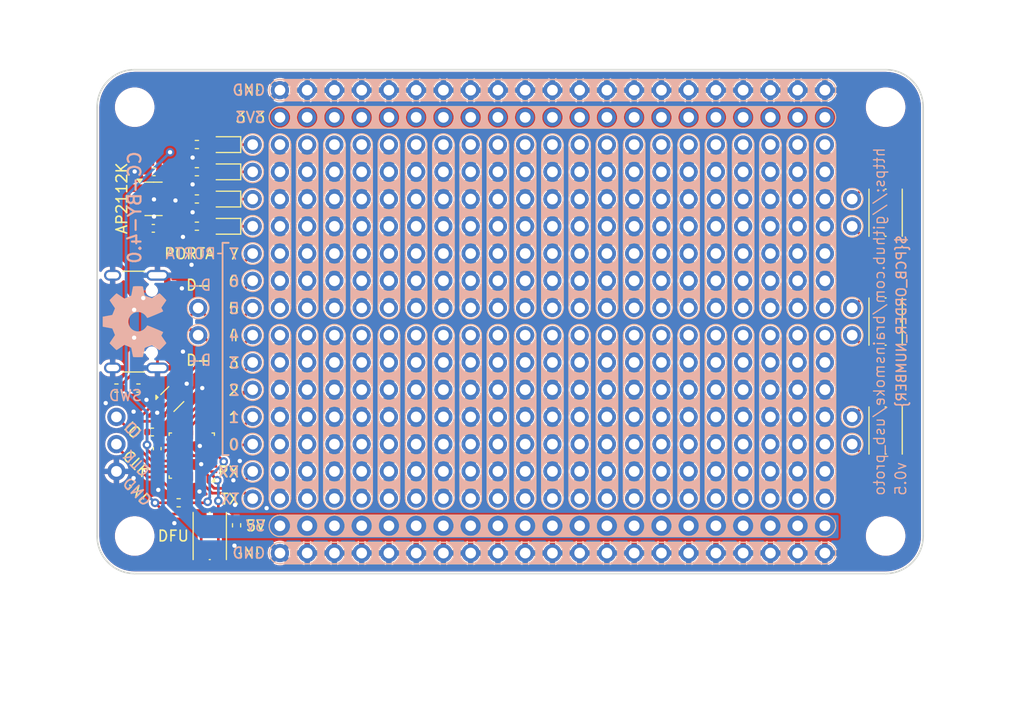
<source format=kicad_pcb>
(kicad_pcb (version 20240108) (generator "pcbnew") (generator_version "8.0")
  (layers (0 "F.Cu" signal) (31 "B.Cu" signal) (34 "B.Paste" user) (35 "F.Paste" user) (36 "B.SilkS" user "B.Silkscreen") (37 "F.SilkS" user "F.Silkscreen") (38 "B.Mask" user) (39 "F.Mask" user) (44 "Edge.Cuts" user))
  (net 0 "")
  (net 1 "GND")
  (net 2 "VCC")
  (net 3 "D+")
  (net 5 "D-")
  (net 6 "Net-(J1-CC2)")
  (net 7 "Net-(J1-CC1)")
  (net 9 "Net-(J6-Pin_1)")
  (net 10 "Net-(J7-Pin_1)")
  (net 11 "3V3")
  (net 12 "Net-(J8-Pin_1)")
  (net 13 "Net-(J9-Pin_1)")
  (net 14 "Net-(J10-Pin_1)")
  (net 15 "Net-(J11-Pin_1)")
  (net 16 "Net-(J12-Pin_1)")
  (net 17 "Net-(J13-Pin_1)")
  (net 18 "Net-(J14-Pin_1)")
  (net 19 "Net-(J15-Pin_1)")
  (net 20 "Net-(J16-Pin_1)")
  (net 21 "Net-(J17-Pin_1)")
  (net 22 "Net-(J18-Pin_1)")
  (net 23 "Net-(J19-Pin_1)")
  (net 24 "Net-(J20-Pin_1)")
  (net 25 "Net-(J21-Pin_1)")
  (net 26 "Net-(J22-Pin_1)")
  (net 27 "Net-(J23-Pin_1)")
  (net 28 "Net-(J24-Pin_1)")
  (net 29 "Net-(J25-Pin_1)")
  (net 30 "Net-(J26-Pin_1)")
  (net 31 "Net-(J27-Pin_1)")
  (net 32 "Net-(J28-Pin_1)")
  (net 33 "Net-(J29-Pin_1)")
  (net 34 "Net-(J30-Pin_1)")
  (net 35 "Net-(J31-Pin_1)")
  (net 36 "Net-(J32-Pin_1)")
  (net 37 "Net-(J33-Pin_1)")
  (net 38 "Net-(J34-Pin_1)")
  (net 39 "Net-(J35-Pin_1)")
  (net 40 "Net-(J36-Pin_1)")
  (net 41 "Net-(J37-Pin_1)")
  (net 43 "A0")
  (net 44 "TX")
  (net 45 "A1")
  (net 46 "A7")
  (net 48 "A2")
  (net 50 "A6")
  (net 51 "A4")
  (net 54 "A5")
  (net 55 "A3")
  (net 56 "Net-(J40-Pin_1)")
  (net 57 "Net-(J41-Pin_1)")
  (net 59 "Net-(J42-Pin_1)")
  (net 63 "Net-(J43-Pin_1)")
  (net 64 "RX")
  (net 65 "Net-(J44-Pin_1)")
  (net 66 "Net-(J45-Pin_1)")
  (net 67 "Net-(SW1-B)")
  (net 68 "SWDCLK")
  (net 69 "SWDIO")
  (net 70 "Net-(J47-Pin_1)")
  (net 71 "Net-(J48-Pin_1)")
  (net 72 "Net-(J49-Pin_1)")
  (net 73 "Net-(J50-Pin_1)")
  (net 74 "Net-(J51-Pin_1)")
  (net 75 "Net-(J52-Pin_1)")
  (net 76 "Net-(J53-Pin_1)")
  (net 77 "Net-(J54-Pin_1)")
  (net 78 "Net-(J55-Pin_1)")
  (net 79 "Net-(J56-Pin_1)")
  (net 80 "Net-(D1-K)")
  (net 81 "Net-(D1-A)")
  (net 82 "Net-(D2-K)")
  (net 83 "Net-(D2-A)")
  (net 84 "Net-(D3-A)")
  (net 85 "Net-(D3-K)")
  (net 86 "Net-(D4-A)")
  (net 87 "Net-(D4-K)")
  (net 88 "Net-(U1-NRST)")
  (net 89 "Net-(J46-Pin_2)")
  (net 90 "Net-(J46-Pin_1)")
  (footprint "Library:PinHeader_1x07_P2.54mm_Vertical" (layer "F.Cu") (at 10.16 -16.51)
    (property "Reference" "J9" (hide yes))
    (property "Value" "Conn_01x07_Pin" (hide yes))
  )
  (footprint "MountingHole:MountingHole_3.2mm_M3_DIN965" (layer "F.Cu") (at 59 20)
    (property "Reference" "REF**" (hide yes))
    (property "Value" "MountingHole_3.2mm_M3_DIN965")
  )
  (footprint "Library:PinHeader_1x07_P2.54mm_Vertical" (layer "F.Cu") (at 53.34 -16.51)
    (property "Reference" "J51" (hide yes))
    (property "Value" "Conn_01x07_Pin" (hide yes))
  )
  (footprint "Library:USB_C_Receptacle_HRO_TYPE-C-31-M-12" (layer "F.Cu") (at -12.005 0 -90)
    (property "Reference" "J1" (hide yes))
    (property "Value" "USB_C_Receptacle_USB2.0")
  )
  (footprint "Library:PinHeader_1x07_P2.54mm_Vertical" (layer "F.Cu") (at 35.56 -16.51)
    (property "Reference" "J19" (hide yes))
    (property "Value" "Conn_01x07_Pin" (hide yes))
  )
  (footprint "Library:PinHeader_1x07_P2.54mm_Vertical" (layer "F.Cu") (at 43.18 1.27)
    (property "Reference" "J52" (hide yes))
    (property "Value" "Conn_01x07_Pin" (hide yes))
  )
  (footprint "Button_Switch_SMD:SW_Push_1P1T_NO_CK_KMR2" (layer "F.Cu") (at 59 0 90)
    (property "Reference" "SW3" (hide yes))
    (property "Value" "SW_SPST")
  )
  (footprint "Library:PinHeader_1x07_P2.54mm_Vertical" (layer "F.Cu") (at 10.16 1.27)
    (property "Reference" "J25" (hide yes))
    (property "Value" "Conn_01x07_Pin" (hide yes))
  )
  (footprint "Library:PinHeader_1x04" (layer "F.Cu") (at 0 -16.51)
    (property "Reference" "J57" (hide yes))
    (property "Value" "Conn_01x04_Pin" (hide yes))
  )
  (footprint "Library:PinHeader_1x07_P2.54mm_Vertical" (layer "F.Cu") (at 25.4 -16.51)
    (property "Reference" "J15" (hide yes))
    (property "Value" "Conn_01x07_Pin" (hide yes))
  )
  (footprint "Library:PinHeader_1x21_P2.54mm_Vertical" (layer "F.Cu") (at 2.54 21.59 90)
    (property "Reference" "J2" (hide yes))
    (property "Value" "Conn_01x21_Pin")
  )
  (footprint "Library:PinHeader_1x07_P2.54mm_Vertical" (layer "F.Cu") (at 45.72 -16.51)
    (property "Reference" "J48" (hide yes))
    (property "Value" "Conn_01x07_Pin" (hide yes))
  )
  (footprint "Library:PinSocket_1x01" (layer "F.Cu") (at 55.88 -8.89)
    (property "Reference" "J43" (hide yes))
    (property "Value" "Conn_01x01_Pin")
  )
  (footprint "LED_SMD:LED_0603_1608Metric" (layer "F.Cu") (at -2.6 -11.43 180)
    (property "Reference" "D3" (hide yes))
    (property "Value" "LED")
  )
  (footprint "Library:PinHeader_1x07_P2.54mm_Vertical" (layer "F.Cu") (at 15.24 -16.51)
    (property "Reference" "J11" (hide yes))
    (property "Value" "Conn_01x07_Pin" (hide yes))
  )
  (footprint "Button_Switch_SMD:SW_Push_1P1T_NO_CK_KMR2" (layer "F.Cu") (at -4 20 90)
    (property "Reference" "SW1" (hide yes))
    (property "Value" "SW_SPST")
  )
  (footprint "Library:PinHeader_1x07_P2.54mm_Vertical" (layer "F.Cu") (at 38.1 1.27)
    (property "Reference" "J36" (hide yes))
    (property "Value" "Conn_01x07_Pin" (hide yes))
  )
  (footprint "Library:PinHeader_1x07_P2.54mm_Vertical" (layer "F.Cu") (at 53.34 1.27)
    (property "Reference" "J56" (hide yes))
    (property "Value" "Conn_01x07_Pin" (hide yes))
  )
  (footprint "Capacitor_SMD:C_0402_1005Metric" (layer "F.Cu") (at -9.2 -13.97 180)
    (property "Reference" "C2" (hide yes))
    (property "Value" "1uF")
  )
  (footprint "Library:SWDHeader_through_hole" (layer "F.Cu") (at -12.7 8.890001)
    (property "Reference" "J39" (hide yes))
    (property "Value" "~" (hide yes))
  )
  (footprint "Package_DFN_QFN:QFN-28_4x4mm_P0.5mm" (layer "F.Cu") (at -5.6775 12.5 180)
    (property "Reference" "U1" (hide yes))
    (property "Value" "STM32F042G6Ux")
  )
  (footprint "Library:PinHeader_1x07_P2.54mm_Vertical" (layer "F.Cu") (at 15.24 1.27)
    (property "Reference" "J27" (hide yes))
    (property "Value" "Conn_01x07_Pin" (hide yes))
  )
  (footprint "MountingHole:MountingHole_3.2mm_M3_DIN965" (layer "F.Cu") (at 59 -20)
    (property "Reference" "REF**" (hide yes))
    (property "Value" "MountingHole_3.2mm_M3_DIN965")
  )
  (footprint "Button_Switch_SMD:SW_Push_1P1T_NO_CK_KMR2" (layer "F.Cu") (at 59 10.16 90)
    (property "Reference" "SW4" (hide yes))
    (property "Value" "SW_SPST")
  )
  (footprint "Capacitor_SMD:C_0402_1005Metric" (layer "F.Cu") (at -9.2625 -8.7)
    (property "Reference" "C1" (hide yes))
    (property "Value" "1uF")
  )
  (footprint "LED_SMD:LED_0603_1608Metric" (layer "F.Cu") (at -2.6 -16.51 180)
    (property "Reference" "D1" (hide yes))
    (property "Value" "LED")
  )
  (footprint "Library:PinHeader_1x07_P2.54mm_Vertical" (layer "F.Cu") (at 5.08 1.27)
    (property "Reference" "J23" (hide yes))
    (property "Value" "Conn_01x07_Pin" (hide yes))
  )
  (footprint "Library:PinHeader_1x07_P2.54mm_Vertical" (layer "F.Cu") (at 38.1 -16.51)
    (property "Reference" "J20" (hide yes))
    (property "Value" "Conn_01x07_Pin" (hide yes))
  )
  (footprint "LED_SMD:LED_0603_1608Metric" (layer "F.Cu") (at -2.6 -8.89 180)
    (property "Reference" "D4" (hide yes))
    (property "Value" "LED")
  )
  (footprint "Library:PinHeader_1x07_P2.54mm_Vertical" (layer "F.Cu") (at 40.64 1.27)
    (property "Reference" "J37" (hide yes))
    (property "Value" "Conn_01x07_Pin" (hide yes))
  )
  (footprint "Library:PinHeader_1x07_P2.54mm_Vertical" (layer "F.Cu") (at 2.54 1.27)
    (property "Reference" "J22" (hide yes))
    (property "Value" "Conn_01x07_Pin" (hide yes))
  )
  (footprint "MountingHole:MountingHole_3.2mm_M3_DIN965" (layer "F.Cu") (at -11 20)
    (property "Reference" "REF**" (hide yes))
    (property "Value" "MountingHole_3.2mm_M3_DIN965")
  )
  (footprint "Library:STM32IOHeader" (layer "F.Cu") (at 0 -6.35)
    (property "Reference" "J38" (hide yes))
    (property "Value" "Conn_01x10_Pin" (hide yes))
  )
  (footprint "Capacitor_SMD:C_0402_1005Metric" (layer "F.Cu") (at -8.9 11.85 90)
    (property "Reference" "C3" (hide yes))
    (property "Value" "1uF")
  )
  (footprint "Library:PinHeader_1x02" (layer "F.Cu") (at -5.08 1.27 180)
    (property "Reference" "J46" (hide yes))
    (property "Value" "Conn_01x02_Pin" (hide yes))
  )
  (footprint "Capacitor_SMD:C_0402_1005Metric" (layer "F.Cu") (at -9.35 10.3)
    (property "Reference" "C4" (hide yes))
    (property "Value" "1uF")
  )
  (footprint "Library:PinHeader_1x07_P2.54mm_Vertical" (layer "F.Cu") (at 7.62 1.27)
    (property "Reference" "J24" (hide yes))
    (property "Value" "Conn_01x07_Pin" (hide yes))
  )
  (footprint "Resistor_SMD:R_0402_1005Metric" (layer "F.Cu") (at -1.5 19 -90)
    (property "Reference" "R3" (hide yes))
    (property "Value" "5.1k")
  )
  (footprint "Library:PinHeader_1x07_P2.54mm_Vertical" (layer "F.Cu") (at 22.86 -16.51)
    (property "Reference" "J14" (hide yes))
    (property "Value" "Conn_01x07_Pin" (hide yes))
  )
  (footprint "Library:PinHeader_1x07_P2.54mm_Vertical" (layer "F.Cu") (at 12.7 1.27)
    (property "Reference" "J26" (hide yes))
    (property "Value" "Conn_01x07_Pin" (hide yes))
  )
  (footprint "Library:PinHeader_1x07_P2.54mm_Vertical" (layer "F.Cu") (at 27.94 -16.51)
    (property "Reference" "J16" (hide yes))
    (property "Value" "Conn_01x07_Pin" (hide yes))
  )
  (footprint "Library:PinHeader_1x07_P2.54mm_Vertical" (layer "F.Cu") (at 48.26 1.27)
    (property "Reference" "J54" (hide yes))
    (property "Value" "Conn_01x07_Pin" (hide yes))
  )
  (footprint "Package_TO_SOT_SMD:SOT-23-5" (layer "F.Cu") (at -9.2375 -11.45)
    (property "Reference" "U2" (hide yes))
    (property "Value" "AP2112K-3.3")
  )
  (footprint "Library:PinHeader_1x07_P2.54mm_Vertical" (layer "F.Cu") (at 33.02 1.27)
    (property "Reference" "J34" (hide yes))
    (property "Value" "Conn_01x07_Pin" (hide yes))
  )
  (footprint "Library:PinHeader_1x07_P2.54mm_Vertical" (layer "F.Cu") (at 20.32 1.27)
    (property "Reference" "J29" (hide yes))
    (property "Value" "Conn_01x07_Pin" (hide yes))
  )
  (footprint "Library:PinHeader_1x07_P2.54mm_Vertical" (layer "F.Cu") (at 12.7 -16.51)
    (property "Reference" "J10" (hide yes))
    (property "Value" "Conn_01x07_Pin" (hide yes))
  )
  (footprint "Library:PinHeader_1x07_P2.54mm_Vertical" (layer "F.Cu") (at 17.78 -16.51)
    (property "Reference" "J12" (hide yes))
    (property "Value" "Conn_01x07_Pin" (hide yes))
  )
  (footprint "Library:PinHeader_1x07_P2.54mm_Vertical" (layer "F.Cu") (at 40.64 -16.51)
    (property "Reference" "J21" (hide yes))
    (property "Value" "Conn_01x07_Pin" (hide yes))
  )
  (footprint "Resistor_SMD:R_0402_1005Metric" (layer "F.Cu") (at -6.9 16.9)
    (property "Reference" "R8" (hide yes))
    (property "Value" "5.1k")
  )
  (footprint "Button_Switch_SMD:SW_Push_1P1T_NO_CK_KMR2" (layer "F.Cu") (at 59 -10.16 90)
    (property "Reference" "SW2" (hide yes))
    (property "Value" "SW_SPST")
  )
  (footprint "Library:PinHeader_1x21_P2.54mm_Vertical" (layer "F.Cu") (at 2.539999 -21.59 90)
    (property "Reference" "J4" (hide yes))
    (property "Value" "Conn_01x21_Pin")
  )
  (footprint "Library:PinHeader_1x07_P2.54mm_Vertical" (layer "F.Cu") (at 30.48 1.27)
    (property "Reference" "J33" (hide yes))
    (property "Value" "Conn_01x07_Pin" (hide yes))
  )
  (footprint "Library:PinHeader_1x07_P2.54mm_Vertical" (layer "F.Cu") (at 17.78 1.27)
    (property "Reference" "J28" (hide yes))
    (property "Value" "Conn_01x07_Pin" (hide yes))
  )
  (footprint "MountingHole:MountingHole_3.2mm_M3_DIN965" (layer "F.Cu") (at -11 -20)
    (property "Reference" "REF**" (hide yes))
    (property "Value" "MountingHole_3.2mm_M3_DIN965")
  )
  (footprint "Library:PinHeader_1x07_P2.54mm_Vertical" (layer "F.Cu") (at 48.26 -16.51)
    (property "Reference" "J49" (hide yes))
    (property "Value" "Conn_01x07_Pin" (hide yes))
  )
  (footprint "Library:PinHeader_1x07_P2.54mm_Vertical" (layer "F.Cu") (at 45.72 1.27)
    (property "Reference" "J53" (hide yes))
    (property "Value" "Conn_01x07_Pin" (hide yes))
  )
  (footprint "Library:PinSocket_1x01" (layer "F.Cu") (at 55.88 11.43)
    (property "Reference" "J45" (hide yes))
    (property "Value" "Conn_01x01_Pin")
  )
  (footprint "Library:PinHeader_1x07_P2.54mm_Vertical" (layer "F.Cu") (at 50.8 -16.51)
    (property "Reference" "J50" (hide yes))
    (property "Value" "Conn_01x07_Pin" (hide yes))
  )
  (footprint "Library:PinSocket_1x01" (layer "F.Cu") (at 55.88 -1.27)
    (property "Reference" "J41" (hide yes))
    (property "Value" "Conn_01x01_Pin")
  )
  (footprint "Package_TO_SOT_SMD:SOT-666" (layer "F.Cu") (at -7.581111 7.220971 45)
    (property "Reference" "U3" (hide yes))
    (property "Value" "USBLC6-2P6")
  )
  (footprint "Library:PinHeader_1x07_P2.54mm_Vertical" (layer "F.Cu") (at 7.62 -16.51)
    (property "Reference" "J8" (hide yes))
    (property "Value" "Conn_01x07_Pin" (hide yes))
  )
  (footprint "Library:PinHeader_1x07_P2.54mm_Vertical" (layer "F.Cu") (at 2.54 -16.51)
    (property "Reference" "J6" (hide yes))
    (property "Value" "Conn_01x07_Pin" (hide yes))
  )
  (footprint "Library:PinHeader_1x07_P2.54mm_Vertical" (layer "F.Cu") (at 22.86 1.27)
    (property "Reference" "J30" (hide yes))
    (property "Value" "Conn_01x07_Pin" (hide yes))
  )
  (footprint "Library:PinHeader_1x07_P2.54mm_Vertical" (layer "F.Cu") (at 27.94 1.27)
    (property "Reference" "J32" (hide yes))
    (property "Value" "Conn_01x07_Pin" (hide yes))
  )
  (footprint "Library:PinHeader_1x07_P2.54mm_Vertical" (layer "F.Cu") (at 5.08 -16.51)
    (property "Reference" "J7" (hide yes))
    (property "Value" "Conn_01x07_Pin" (hide yes))
  )
  (footprint "Library:PinHeader_1x07_P2.54mm_Vertical" (layer "F.Cu") (at 33.02 -16.51)
    (property "Reference" "J18" (hide yes))
    (property "Value" "Conn_01x07_Pin" (hide yes))
  )
  (footprint "Library:PinHeader_1x07_P2.54mm_Vertical" (layer "F.Cu") (at 50.8 1.27)
    (property "Reference" "J55" (hide yes))
    (property "Value" "Conn_01x07_Pin" (hide yes))
  )
  (footprint "Library:PinHeader_1x07_P2.54mm_Vertical" (layer "F.Cu") (at 25.4 1.27)
    (property "Reference" "J31" (hide yes))
    (property "Value" "Conn_01x07_Pin" (hide yes))
  )
  (footprint "Library:PinHeader_1x07_P2.54mm_Vertical" (layer "F.Cu") (at 20.32 -16.51)
    (property "Reference" "J13" (hide yes))
    (property "Value" "Conn_01x07_Pin" (hide yes))
  )
  (footprint "Library:PinHeader_1x07_P2.54mm_Vertical" (layer "F.Cu") (at 35.56 1.27)
    (property "Reference" "J35" (hide yes))
    (property "Value" "Conn_01x07_Pin" (hide yes))
  )
  (footprint "Resistor_SMD:R_0402_1005Metric" (layer "F.Cu") (at -5.2 -11.44)
    (property "Reference" "R6" (hide yes))
    (property "Value" "330R")
  )
  (footprint "Library:PinSocket_1x01" (layer "F.Cu") (at 55.88 1.27)
    (property "Reference" "J44" (hide yes))
    (property "Value" "Conn_01x01_Pin")
  )
  (footprint "Resistor_SMD:R_0402_1005Metric" (layer "F.Cu") (at -10.65 6.2 180)
    (property "Reference" "R2" (hide yes))
    (property "Value" "5.1k" (hide yes))
  )
  (footprint "Resistor_SMD:R_0402_1005Metric" (layer "F.Cu") (at -5.2 -13.98)
    (property "Reference" "R5" (hide yes))
    (property "Value" "330R")
  )
  (footprint "Library:PinHeader_1x21_P2.54mm_Vertical" (layer "F.Cu") (at 2.54 -19.05 90)
    (property "Reference" "J5" (hide yes))
    (property "Value" "Conn_01x21_Pin")
  )
  (footprint "Library:PinHeader_1x07_P2.54mm_Vertical" (layer "F.Cu") (at 43.18 -16.51)
    (property "Reference" "J47" (hide yes))
    (property "Value" "Conn_01x07_Pin" (hide yes))
  )
  (footprint "LED_SMD:LED_0603_1608Metric" (layer "F.Cu") (at -2.6 -13.97 180)
    (property "Reference" "D2" (hide yes))
    (property "Value" "LED")
  )
  (footprint "Resistor_SMD:R_0402_1005Metric" (layer "F.Cu") (at -5.2 -16.52)
    (property "Reference" "R4" (hide yes))
    (property "Value" "1k")
  )
  (footprint "Library:PinHeader_1x21_P2.54mm_Vertical" (layer "F.Cu") (at 2.54 19.05 90)
    (property "Reference" "J3" (hide yes))
    (property "Value" "Conn_01x21_Pin")
  )
  (footprint "Resistor_SMD:R_0402_1005Metric" (layer "F.Cu") (at -5.2 -8.9)
    (property "Reference" "R7" (hide yes))
    (property "Value" "180")
  )
  (footprint "Library:PinSocket_1x01" (layer "F.Cu") (at 55.88 -11.43)
    (property "Reference" "J40" (hide yes))
    (property "Value" "Conn_01x01_Pin")
  )
  (footprint "Library:PinSocket_1x01" (layer "F.Cu") (at 55.88 8.89)
    (property "Reference" "J42" (hide yes))
    (property "Value" "Conn_01x01_Pin")
  )
  (footprint "Resistor_SMD:R_0402_1005Metric" (layer "F.Cu") (at -12.7 6.2)
    (property "Reference" "R1" (hide yes))
    (property "Value" "5.1k" (hide yes))
  )
  (footprint "Library:PinHeader_1x07_P2.54mm_Vertical" (layer "F.Cu") (at 30.48 -16.51)
    (property "Reference" "J17" (hide yes))
    (property "Value" "Conn_01x07_Pin" (hide yes))
  )
  (footprint "Symbol:OSHW-Symbol_6.7x6mm_SilkScreen" (layer "B.Cu") (at -11 0 -90)
    (property "Reference" "REF**" (hide yes))
    (property "Value" "OSHW-Symbol_6.7x6mm_SilkScreen" (hide yes))
  )
  (gr_arc (start 59 -23.5) (mid 61.474874 -22.474874) (end 62.5 -20) (stroke (width 0.15)) (layer "Edge.Cuts"))
  (gr_arc (start -14.5 -20) (mid -13.474874 -22.474874) (end -11 -23.5) (stroke (width 0.15)) (layer "Edge.Cuts"))
  (gr_line (start 62.5 20) (end 62.5 -20) (stroke (width 0.15)) (layer "Edge.Cuts"))
  (gr_arc (start 62.5 20) (mid 61.474874 22.474874) (end 59 23.5) (stroke (width 0.15)) (layer "Edge.Cuts"))
  (gr_line (start -14.5 -20) (end -14.5 20) (stroke (width 0.15)) (layer "Edge.Cuts"))
  (gr_line (start -11 23.5) (end 59 23.5) (stroke (width 0.15)) (layer "Edge.Cuts"))
  (gr_arc (start -11 23.5) (mid -13.474874 22.474874) (end -14.5 20) (stroke (width 0.15)) (layer "Edge.Cuts"))
  (gr_line (start 59 -23.5) (end -11 -23.5) (stroke (width 0.15)) (layer "Edge.Cuts"))
  (gr_text "IO" (at -11.811 9.525 -45) (layer "B.SilkS") (effects (font (size 1 1)) (justify right mirror)))
  (gr_text "3V3" (at 1.27 -19.05 0) (layer "B.SilkS") (effects (font (size 1 1)) (justify left mirror)))
  (gr_text "D+" (at -3.76 3.6 0) (layer "B.SilkS") (effects (font (size 1 1)) (justify left mirror)))
  (gr_text "SWD" (at -13.5 6.9 0) (layer "B.SilkS") (effects (font (size 1 1)) (justify right mirror)))
  (gr_text "GND" (at -11.938 14.732 -45) (layer "B.SilkS") (effects (font (size 1 1)) (justify right mirror)))
  (gr_text "5V" (at 1.27 19.05 0) (layer "B.SilkS") (effects (font (size 1 1)) (justify left mirror)))
  (gr_text "v0.5" (at 61 14.666668 90) (layer "B.SilkS") (effects (font (size 1 1) (thickness 0.125)) (justify bottom mirror)))
  (gr_text "CC-BY-4.0" (at -11 -16 90) (layer "B.SilkS") (effects (font (size 1.2 1.2) (thickness 0.2) (bold yes)) (justify left mirror)))
  (gr_text "${PCB_ORDER_NUMBER}" (at 61 0 90) (layer "B.SilkS") (effects (font (size 0.9 0.9) (thickness 0.15) (bold yes)) (justify bottom mirror)))
  (gr_text "https://github.com/brainsmoke/usb_proto" (at 59 0 90) (layer "B.SilkS") (effects (font (size 1 1) (thickness 0.125)) (justify bottom mirror)))
  (gr_text "CLK" (at -11.938 12.192 -45) (layer "B.SilkS") (effects (font (size 1 1)) (justify right mirror)))
  (gr_text "GND" (at 1.27 -21.59 0) (layer "B.SilkS") (effects (font (size 1 1)) (justify left mirror)))
  (gr_text "D-" (at -3.76 -3.4 0) (layer "B.SilkS") (effects (font (size 1 1)) (justify left mirror)))
  (gr_text "GND" (at 1.27 21.59 0) (layer "B.SilkS") (effects (font (size 1 1)) (justify left mirror)))
  (gr_text "D-" (at -6.3 -3.4 0) (layer "F.SilkS") (effects (font (size 1 1)) (justify left)))
  (gr_text "GND" (at 1.27 21.59 0) (layer "F.SilkS") (effects (font (size 1 1)) (justify right)))
  (gr_text "D+" (at -6.3 3.6 0) (layer "F.SilkS") (effects (font (size 1 1)) (justify left)))
  (gr_text "DFU" (at -7.4 20 0) (layer "F.SilkS") (effects (font (size 1 1))))
  (gr_text "5V" (at 1.27 19.05 0) (layer "F.SilkS") (effects (font (size 1 1)) (justify right)))
  (gr_text "IO" (at -11.811 9.525 -45) (layer "F.SilkS") (effects (font (size 1 1)) (justify left)))
  (gr_text "GND" (at 1.27 -21.59 0) (layer "F.SilkS") (effects (font (size 1 1)) (justify right)))
  (gr_text "3V3" (at 1.27 -19.05 0) (layer "F.SilkS") (effects (font (size 1 1)) (justify right)))
  (gr_text "AP2112K" (at -12.2 -11.5 90) (layer "F.SilkS") (effects (font (size 1 1))))
  (gr_text "GND" (at -11.938 14.732 -45) (layer "F.SilkS") (effects (font (size 1 1)) (justify left)))
  (gr_text "CLK" (at -11.938 12.192 -45) (layer "F.SilkS") (effects (font (size 1 1)) (justify left)))
  (segment (start -5.1 11.5) (end -7.615 11.5) (width 0.25) (layer "F.Cu") (net 1))
  (segment (start -8.235185 7.875045) (end -8.86014 8.5) (width 0.25) (layer "F.Cu") (net 1))
  (segment (start -7.96 3.25) (end -7.96 3.34) (width 0.25) (layer "F.Cu") (net 1))
  (segment (start -7.96 -3.25) (end -7.96 -4.14) (width 0.6) (layer "F.Cu") (net 1))
  (segment (start -10.375 -11.45) (end -9.25 -11.45) (width 0.25) (layer "F.Cu") (net 1))
  (segment (start -7.96 3.25) (end -8.65 3.25) (width 0.25) (layer "F.Cu") (net 1))
  (segment (start -8.86014 8.5) (end -8.9 8.5) (width 0.25) (layer "F.Cu") (net 1))
  (segment (start -7.96 -3.25) (end -7.96 -3.405) (width 0.25) (layer "F.Cu") (net 1))
  (segment (start -8.9 10.33) (end -8.87 10.3) (width 0.25) (layer "F.Cu") (net 1))
  (segment (start -8.65 3.25) (end -8.9 3.5) (width 0.25) (layer "F.Cu") (net 1))
  (segment (start -7.96 -4.14) (end -7.7 -4.4) (width 0.25) (layer "F.Cu") (net 1))
  (segment (start -9.25 -11.45) (end -9.2 -11.4) (width 0.25) (layer "F.Cu") (net 1))
  (segment (start -8.9 11.37) (end -8.9 10.33) (width 0.25) (layer "F.Cu") (net 1))
  (segment (start -7.96 3.34) (end -7.2 4.1) (width 0.7) (layer "F.Cu") (net 1))
  (segment (start -4.926273 11.673727) (end -5.1 11.5) (width 0.25) (layer "F.Cu") (net 1))
  (segment (start -8.3 11.5) (end -8.43 11.37) (width 0.25) (layer "F.Cu") (net 1))
  (segment (start -8.9 3.5) (end -8.875 3.525) (width 0.25) (layer "F.Cu") (net 1))
  (segment (start -8.875 3.525) (end -8.875 4.32) (width 0.25) (layer "F.Cu") (net 1))
  (segment (start -8.43 11.37) (end -8.9 11.37) (width 0.25) (layer "F.Cu") (net 1))
  (segment (start -7.615 11.5) (end -8.3 11.5) (width 0.25) (layer "F.Cu") (net 1))
  (via (at -1.7 20.9) (size 0.8) (drill 0.4) (layers "F.Cu" "B.Cu") (net 1))
  (via (at -11.05 1.5) (size 0.8) (drill 0.4) (layers "F.Cu" "B.Cu") (net 1))
  (via (at -1.8 14.8) (size 0.8) (drill 0.4) (layers "F.Cu" "B.Cu") (net 1))
  (via (at -5.6 -10.2) (size 0.8) (drill 0.4) (layers "F.Cu" "B.Cu") (net 1))
  (via (at -13.7 7.6) (size 0.8) (drill 0.4) (layers "F.Cu" "B.Cu") (net 1))
  (via (at -11.1 14.6) (size 0.8) (drill 0.4) (layers "F.Cu" "B.Cu") (net 1))
  (via (at -4.7 6.2) (size 0.8) (drill 0.4) (layers "F.Cu" "B.Cu") (net 1))
  (via (at -5.7 -5.3) (size 0.8) (drill 0.4) (layers "F.Cu" "B.Cu") (net 1))
  (via (at -9.9 7.3) (size 0.8) (drill 0.4) (layers "F.Cu" "B.Cu") (net 1))
  (via (at -4.926273 11.6) (size 0.8) (drill 0.4) (layers "F.Cu" "B.Cu") (net 1))
  (via (at -5.6 -12.8) (size 0.8) (drill 0.4) (layers "F.Cu" "B.Cu") (net 1))
  (via (at -11 -14) (size 0.8) (drill 0.4) (layers "F.Cu" "B.Cu") (net 1))
  (via (at -9.2 -11.4) (size 0.8) (drill 0.4) (layers "F.Cu" "B.Cu") (net 1))
  (via (at -1.2 13) (size 0.8) (drill 0.4) (layers "F.Cu" "B.Cu") (net 1))
  (via (at -6.5 -7.9) (size 0.8) (drill 0.4) (layers "F.Cu" "B.Cu") (net 1))
  (via (at -8.8 15.7) (size 0.8) (drill 0.4) (layers "F.Cu" "B.Cu") (net 1))
  (via (at -5.6 -15.3) (size 0.8) (drill 0.4) (layers "F.Cu" "B.Cu") (net 1))
  (via (at -4.96 15.85) (size 0.8) (drill 0.4) (layers "F.Cu" "B.Cu") (net 1))
  (via (at -7.3 18.8) (size 0.8) (drill 0.4) (layers "F.Cu" "B.Cu") (net 1))
  (via (at -11.1 8.4) (size 0.8) (drill 0.4) (layers "F.Cu" "B.Cu") (net 1))
  (via (at -1.65 17.1) (size 0.8) (drill 0.4) (layers "F.Cu" "B.Cu") (net 1))
  (via (at -9.2 -9.8) (size 0.8) (drill 0.4) (layers "F.Cu" "B.Cu") (net 1))
  (via (at -8.9 8.5) (size 0.8) (drill 0.4) (layers "F.Cu" "B.Cu") (net 1))
  (via (at 1.3 17.4) (size 0.8) (drill 0.4) (layers "F.Cu" "B.Cu") (net 1))
  (via (at -7.2 -11.3) (size 0.8) (drill 0.4) (layers "F.Cu" "B.Cu") (net 1))
  (via (at -11.05 -1.1) (size 0.8) (drill 0.4) (layers "F.Cu" "B.Cu") (net 1))
  (via (at -4.8 13.3) (size 0.8) (drill 0.4) (layers "F.Cu" "B.Cu") (net 1))
  (segment (start -8.875 4.32) (end -8.875 4.775) (width 0.25) (layer "B.Cu") (net 1))
  (segment (start -7.91 2.5) (end -7.96 2.45) (width 0.5) (layer "F.Cu") (net 2))
  (segment (start -6.153648 5.793508) (end -6.927037 6.566897) (width 0.25) (layer "F.Cu") (net 2))
  (segment (start -11.35 -12.4) (end -11.75 -12) (width 0.25) (layer "F.Cu") (net 2))
  (segment (start -6.6 -3.1) (end -7.25 -2.45) (width 0.25) (layer "F.Cu") (net 2))
  (segment (start -6.149316 5.793508) (end -6.153648 5.793508) (width 0.25) (layer "F.Cu") (net 2))
  (segment (start -7.25 -2.45) (end -7.96 -2.45) (width 0.25) (layer "F.Cu") (net 2))
  (segment (start -6.5 2.8) (end -6.5 2.785) (width 0.5) (layer "F.Cu") (net 2))
  (segment (start -6.785 2.5) (end -7.91 2.5) (width 0.5) (layer "F.Cu") (net 2))
  (segment (start -10.375 -12.4) (end -11.35 -12.4) (width 0.25) (layer "F.Cu") (net 2))
  (segment (start -6.5 2.785) (end -6.785 2.5) (width 0.5) (layer "F.Cu") (net 2))
  (via (at -10.2 -2.2) (size 0.8) (drill 0.4) (layers "F.Cu" "B.Cu") (net 2))
  (via (at -6.149316 5.793508) (size 0.8) (drill 0.4) (layers "F.Cu" "B.Cu") (net 2))
  (via (at -6.6 -3.1) (size 0.8) (drill 0.4) (layers "F.Cu" "B.Cu") (net 2))
  (via (at -6.5 2.8) (size 0.8) (drill 0.4) (layers "F.Cu" "B.Cu") (net 2))
  (segment (start -11.025 9.475) (end -11.025 12.025) (width 0.25) (layer "F.Cu") (net 3))
  (segment (start -9.55 13.5) (end -7.615 13.5) (width 0.25) (layer "F.Cu") (net 3))
  (segment (start -11.025 12.025) (end -9.55 13.5) (width 0.25) (layer "F.Cu") (net 3))
  (segment (start -8.991942 7.441942) (end -11.025 9.475) (width 0.25) (layer "F.Cu") (net 3))
  (segment (start -8.562222 7.441942) (end -8.991942 7.441942) (width 0.25) (layer "F.Cu") (net 3))
  (segment (start -10.575 9.675) (end -10.2 9.3) (width 0.25) (layer "F.Cu") (net 5))
  (segment (start -10.2 9.3) (end -8.674695 9.3) (width 0.25) (layer "F.Cu") (net 5))
  (segment (start -10.575 11.838604) (end -10.575 9.675) (width 0.25) (layer "F.Cu") (net 5))
  (segment (start -8.175 8.800305) (end -8.175 8.575) (width 0.25) (layer "F.Cu") (net 5))
  (segment (start -8.175 8.575) (end -7.802082 8.202082) (width 0.25) (layer "F.Cu") (net 5))
  (segment (start -9.413604 13) (end -10.575 11.838604) (width 0.25) (layer "F.Cu") (net 5))
  (segment (start -7.615 13) (end -9.413604 13) (width 0.25) (layer "F.Cu") (net 5))
  (segment (start -8.674695 9.3) (end -8.175 8.800305) (width 0.25) (layer "F.Cu") (net 5))
  (segment (start -7.96 1.75) (end -9.254949 1.75) (width 0.25) (layer "F.Cu") (net 6))
  (segment (start -11.16 5.446396) (end -11.16 6.2) (width 0.25) (layer "F.Cu") (net 6))
  (segment (start -9.254949 1.75) (end -10.8 3.295051) (width 0.25) (layer "F.Cu") (net 6))
  (segment (start -10.8 3.295051) (end -10.8 5.086396) (width 0.25) (layer "F.Cu") (net 6))
  (segment (start -10.8 5.086396) (end -11.16 5.446396) (width 0.25) (layer "F.Cu") (net 6))
  (segment (start -9.7 -0.7) (end -9.15 -1.25) (width 0.25) (layer "F.Cu") (net 7))
  (segment (start -9.7 1.4) (end -9.7 -0.7) (width 0.25) (layer "F.Cu") (net 7))
  (segment (start -11.25 2.95) (end -9.7 1.4) (width 0.25) (layer "F.Cu") (net 7))
  (segment (start -12.190001 6.2) (end -12.190001 5.840001) (width 0.25) (layer "F.Cu") (net 7))
  (segment (start -12.190001 5.840001) (end -11.25 4.9) (width 0.25) (layer "F.Cu") (net 7))
  (segment (start -11.25 4.9) (end -11.25 2.95) (width 0.25) (layer "F.Cu") (net 7))
  (segment (start -9.15 -1.25) (end -7.96 -1.25) (width 0.25) (layer "F.Cu") (net 7))
  (segment (start 2.54 -16.51) (end 2.54 -1.27) (width 1) (layer "F.Cu") (net 9))
  (segment (start 2.54 -1.27) (end 2.54 -13.97) (width 1) (layer "B.Cu") (net 9))
  (segment (start 2.54 -13.97) (end 2.54 -16.51) (width 1) (layer "B.Cu") (net 9))
  (segment (start 5.08 -16.51) (end 5.08 -1.27) (width 1) (layer "F.Cu") (net 10))
  (segment (start 5.08 -13.97) (end 5.08 -1.27) (width 1) (layer "B.Cu") (net 10))
  (segment (start 5.08 -16.51) (end 5.08 -13.97) (width 1) (layer "B.Cu") (net 10))
  (segment (start -7.7 -13.98) (end -5.71 -13.98) (width 0.25) (layer "F.Cu") (net 11))
  (segment (start -6.98 -16.52) (end -5.71 -16.52) (width 0.25) (layer "F.Cu") (net 11))
  (segment (start -4.727241 12.5) (end -5.45 12.5) (width 0.25) (layer "F.Cu") (net 11))
  (segment (start -6.325 -9.515) (end -5.71 -8.9) (width 0.25) (layer "F.Cu") (net 11))
  (segment (start -7.7 -15.8) (end -6.98 -16.52) (width 0.25) (layer "F.Cu") (net 11))
  (segment (start -9.447208 12.33) (end -8.9 12.33) (width 0.25) (layer "F.Cu") (net 11))
  (segment (start -4.8 17.950001) (end -4.8 22.049999) (width 0.25) (layer "F.Cu") (net 11))
  (segment (start -6.06 -11.44) (end -6.325 -11.175) (width 0.25) (layer "F.Cu") (net 11))
  (segment (start -6.04 12) (end -5.54 12.5) (width 0.25) (layer "F.Cu") (net 11))
  (segment (start -9.1 16.9) (end -8.049999 17.950001) (width 0.25) (layer "F.Cu") (net 11))
  (segment (start -8.1 -12.4) (end -7.7 -12.8) (width 0.25) (layer "F.Cu") (net 11))
  (segment (start -8.1 -12.4) (end -7.02 -12.4) (width 0.25) (layer "F.Cu") (net 11))
  (segment (start -5.45 12.5) (end -7.614999 12.5) (width 0.25) (layer "F.Cu") (net 11))
  (segment (start -9.83 10.3) (end -9.85 10.32) (width 0.25) (layer "F.Cu") (net 11))
  (segment (start -9.85 11.5) (end -9.85 11.927208) (width 0.25) (layer "F.Cu") (net 11))
  (segment (start -4.227241 12) (end -4.727241 12.5) (width 0.25) (layer "F.Cu") (net 11))
  (segment (start -3.74 12) (end -4.227241 12) (width 0.25) (layer "F.Cu") (net 11))
  (segment (start -8.1 12) (end -8.43 12.33) (width 0.25) (layer "F.Cu") (net 11))
  (segment (start -5.45 12.5) (end -5.54 12.5) (width 0.25) (layer "F.Cu") (net 11))
  (segment (start -7.615 12) (end -8.1 12) (width 0.25) (layer "F.Cu") (net 11))
  (segment (start -6.325 -11.175) (end -6.325 -9.515) (width 0.25) (layer "F.Cu") (net 11))
  (segment (start -7.615 12) (end -6.04 12) (width 0.25) (layer "F.Cu") (net 11))
  (segment (start -9.85 11.927208) (end -9.447208 12.33) (width 0.25) (layer "F.Cu") (net 11))
  (segment (start -9.85 10.32) (end -9.85 11.5) (width 0.25) (layer "F.Cu") (net 11))
  (segment (start -7.7 -12.8) (end -7.7 -15.8) (width 0.25) (layer "F.Cu") (net 11))
  (segment (start -5.71 -11.44) (end -6.06 -11.44) (width 0.25) (layer "F.Cu") (net 11))
  (segment (start -7.41 16.9) (end -9.1 16.9) (width 0.25) (layer "F.Cu") (net 11))
  (segment (start -8.049999 17.950001) (end -4.8 17.950001) (width 0.25) (layer "F.Cu") (net 11))
  (segment (start -7.02 -12.4) (end -6.06 -11.44) (width 0.25) (layer "F.Cu") (net 11))
  (segment (start -8.43 12.33) (end -8.9 12.33) (width 0.25) (layer "F.Cu") (net 11))
  (via (at -9.1 16.9) (size 0.8) (drill 0.4) (layers "F.Cu" "B.Cu") (net 11))
  (via (at -9.85 11.5) (size 0.8) (drill 0.4) (layers "F.Cu" "B.Cu") (net 11))
  (via (at -7.7 -15.8) (size 0.8) (drill 0.4) (layers "F.Cu" "B.Cu") (net 11))
  (segment (start -11.8 6.5) (end -11.8 -11.7) (width 0.25) (layer "B.Cu") (net 11))
  (segment (start -11.8 -11.7) (end -7.7 -15.8) (width 0.25) (layer "B.Cu") (net 11))
  (segment (start -9.1 16.9) (end -9.837347 16.162653) (width 0.25) (layer "B.Cu") (net 11))
  (segment (start -9.837347 8.462653) (end -11.8 6.5) (width 0.25) (layer "B.Cu") (net 11))
  (segment (start -9.837347 16.162653) (end -9.837347 8.462653) (width 0.25) (layer "B.Cu") (net 11))
  (segment (start 7.62 -16.51) (end 7.62 -1.27) (width 1) (layer "F.Cu") (net 12))
  (segment (start 7.62 -16.51) (end 7.62 -13.97) (width 1) (layer "B.Cu") (net 12))
  (segment (start 7.62 -1.27) (end 7.62 -13.97) (width 1) (layer "B.Cu") (net 12))
  (segment (start 10.16 -16.51) (end 10.16 -1.27) (width 1) (layer "F.Cu") (net 13))
  (segment (start 10.16 -16.51) (end 10.16 -13.97) (width 1) (layer "B.Cu") (net 13))
  (segment (start 10.16 -13.97) (end 10.16 -1.27) (width 1) (layer "B.Cu") (net 13))
  (segment (start 12.7 -16.51) (end 12.7 -1.27) (width 1) (layer "F.Cu") (net 14))
  (segment (start 12.7 -13.97) (end 12.7 -1.27) (width 1) (layer "B.Cu") (net 14))
  (segment (start 12.7 -16.51) (end 12.7 -13.97) (width 1) (layer "B.Cu") (net 14))
  (segment (start 15.24 -16.51) (end 15.24 -1.27) (width 1) (layer "F.Cu") (net 15))
  (segment (start 15.24 -1.27) (end 15.24 -13.97) (width 1) (layer "B.Cu") (net 15))
  (segment (start 15.24 -13.97) (end 15.24 -16.51) (width 1) (layer "B.Cu") (net 15))
  (segment (start 17.78 -16.51) (end 17.78 -1.27) (width 1) (layer "F.Cu") (net 16))
  (segment (start 17.78 -16.51) (end 17.78 -13.97) (width 1) (layer "B.Cu") (net 16))
  (segment (start 17.78 -13.97) (end 17.78 -1.27) (width 1) (layer "B.Cu") (net 16))
  (segment (start 20.32 -16.51) (end 20.32 -1.27) (width 1) (layer "F.Cu") (net 17))
  (segment (start 20.32 -1.27) (end 20.32 -13.97) (width 1) (layer "B.Cu") (net 17))
  (segment (start 20.32 -13.97) (end 20.32 -16.51) (width 1) (layer "B.Cu") (net 17))
  (segment (start 22.86 -16.51) (end 22.86 -1.27) (width 1) (layer "F.Cu") (net 18))
  (segment (start 22.86 -16.51) (end 22.86 -13.97) (width 1) (layer "B.Cu") (net 18))
  (segment (start 22.86 -13.97) (end 22.86 -1.27) (width 1) (layer "B.Cu") (net 18))
  (segment (start 25.4 -16.51) (end 25.4 -1.27) (width 1) (layer "F.Cu") (net 19))
  (segment (start 25.4 -13.97) (end 25.4 -16.51) (width 1) (layer "B.Cu") (net 19))
  (segment (start 25.4 -1.27) (end 25.4 -13.97) (width 1) (layer "B.Cu") (net 19))
  (segment (start 27.94 -16.51) (end 27.94 -1.27) (width 1) (layer "F.Cu") (net 20))
  (segment (start 27.94 -13.97) (end 27.94 -1.27) (width 1) (layer "B.Cu") (net 20))
  (segment (start 27.94 -16.51) (end 27.94 -13.97) (width 1) (layer "B.Cu") (net 20))
  (segment (start 30.48 -16.51) (end 30.48 -1.27) (width 1) (layer "F.Cu") (net 21))
  (segment (start 30.48 -13.97) (end 30.48 -16.51) (width 1) (layer "B.Cu") (net 21))
  (segment (start 30.48 -1.27) (end 30.48 -13.97) (width 1) (layer "B.Cu") (net 21))
  (segment (start 33.02 -16.51) (end 33.02 -1.27) (width 1) (layer "F.Cu") (net 22))
  (segment (start 33.02 -16.51) (end 33.02 -13.97) (width 1) (layer "B.Cu") (net 22))
  (segment (start 33.02 -13.97) (end 33.02 -1.27) (width 1) (layer "B.Cu") (net 22))
  (segment (start 35.56 -16.51) (end 35.56 -1.27) (width 1) (layer "F.Cu") (net 23))
  (segment (start 35.56 -1.27) (end 35.56 -13.97) (width 1) (layer "B.Cu") (net 23))
  (segment (start 35.56 -13.97) (end 35.56 -16.51) (width 1) (layer "B.Cu") (net 23))
  (segment (start 38.1 -16.51) (end 38.1 -1.27) (width 1) (layer "F.Cu") (net 24))
  (segment (start 38.1 -16.51) (end 38.1 -13.97) (width 1) (layer "B.Cu") (net 24))
  (segment (start 38.1 -13.97) (end 38.1 -1.27) (width 1) (layer "B.Cu") (net 24))
  (segment (start 40.64 -16.51) (end 40.64 -1.27) (width 1) (layer "F.Cu") (net 25))
  (segment (start 40.64 -1.27) (end 40.64 -13.97) (width 1) (layer "B.Cu") (net 25))
  (segment (start 40.64 -13.97) (end 40.64 -16.51) (width 1) (layer "B.Cu") (net 25))
  (segment (start 2.54 1.27) (end 2.54 16.51) (width 1) (layer "F.Cu") (net 26))
  (segment (start 2.54 1.27) (end 2.54 3.81) (width 1) (layer "B.Cu") (net 26))
  (segment (start 2.54 3.81) (end 2.54 16.51) (width 1) (layer "B.Cu") (net 26))
  (segment (start 5.08 1.27) (end 5.08 16.51) (width 1) (layer "F.Cu") (net 27))
  (segment (start 5.08 13.97) (end 5.08 1.27) (width 1) (layer "B.Cu") (net 27))
  (segment (start 5.08 16.51) (end 5.08 13.97) (width 1) (layer "B.Cu") (net 27))
  (segment (start 7.62 1.27) (end 7.62 16.51) (width 1) (layer "F.Cu") (net 28))
  (segment (start 7.62 1.27) (end 7.62 3.81) (width 1) (layer "B.Cu") (net 28))
  (segment (start 7.62 3.81) (end 7.62 16.51) (width 1) (layer "B.Cu") (net 28))
  (segment (start 10.16 1.27) (end 10.16 16.51) (width 1) (layer "F.Cu") (net 29))
  (segment (start 10.16 1.27) (end 10.16 3.81) (width 1) (layer "B.Cu") (net 29))
  (segment (start 10.16 16.51) (end 10.16 3.81) (width 1) (layer "B.Cu") (net 29))
  (segment (start 12.7 1.27) (end 12.7 16.51) (width 1) (layer "F.Cu") (net 30))
  (segment (start 12.7 3.81) (end 12.7 16.51) (width 1) (layer "B.Cu") (net 30))
  (segment (start 12.7 1.27) (end 12.7 3.81) (width 1) (layer "B.Cu") (net 30))
  (segment (start 15.24 1.27) (end 15.24 16.51) (width 1) (layer "F.Cu") (net 31))
  (segment (start 15.24 3.81) (end 15.24 1.27) (width 1) (layer "B.Cu") (net 31))
  (segment (start 15.24 16.51) (end 15.24 3.81) (width 1) (layer "B.Cu") (net 31))
  (segment (start 17.78 1.27) (end 17.78 16.51) (width 1) (layer "F.Cu") (net 32))
  (segment (start 17.78 1.27) (end 17.78 3.81) (width 1) (layer "B.Cu") (net 32))
  (segment (start 17.78 3.81) (end 17.78 16.51) (width 1) (layer "B.Cu") (net 32))
  (segment (start 20.32 1.27) (end 20.32 16.51) (width 1) (layer "F.Cu") (net 33))
  (segment (start 20.32 16.51) (end 20.32 3.81) (width 1) (layer "B.Cu") (net 33))
  (segment (start 20.32 3.81) (end 20.32 1.27) (width 1) (layer "B.Cu") (net 33))
  (segment (start 22.86 1.27) (end 22.86 16.51) (width 1) (layer "F.Cu") (net 34))
  (segment (start 22.86 3.81) (end 22.86 16.51) (width 1) (layer "B.Cu") (net 34))
  (segment (start 22.86 1.27) (end 22.86 3.81) (width 1) (layer "B.Cu") (net 34))
  (segment (start 25.4 1.27) (end 25.4 16.51) (width 1) (layer "F.Cu") (net 35))
  (segment (start 25.4 3.81) (end 25.4 1.27) (width 1) (layer "B.Cu") (net 35))
  (segment (start 25.4 16.51) (end 25.4 3.81) (width 1) (layer "B.Cu") (net 35))
  (segment (start 27.94 1.27) (end 27.94 16.51) (width 1) (layer "F.Cu") (net 36))
  (segment (start 27.94 1.27) (end 27.94 3.81) (width 1) (layer "B.Cu") (net 36))
  (segment (start 27.94 3.81) (end 27.94 16.51) (width 1) (layer "B.Cu") (net 36))
  (segment (start 30.48 1.27) (end 30.48 16.51) (width 1) (layer "F.Cu") (net 37))
  (segment (start 30.48 3.81) (end 30.48 1.27) (width 1) (layer "B.Cu") (net 37))
  (segment (start 30.48 16.51) (end 30.48 3.81) (width 1) (layer "B.Cu") (net 37))
  (segment (start 33.02 1.27) (end 33.02 16.51) (width 1) (layer "F.Cu") (net 38))
  (segment (start 33.02 1.27) (end 33.02 3.81) (width 1) (layer "B.Cu") (net 38))
  (segment (start 33.02 3.81) (end 33.02 16.51) (width 1) (layer "B.Cu") (net 38))
  (segment (start 35.56 1.27) (end 35.56 16.51) (width 1) (layer "F.Cu") (net 39))
  (segment (start 35.56 3.81) (end 35.56 1.27) (width 1) (layer "B.Cu") (net 39))
  (segment (start 35.56 16.51) (end 35.56 3.81) (width 1) (layer "B.Cu") (net 39))
  (segment (start 38.1 1.27) (end 38.1 16.51) (width 1) (layer "F.Cu") (net 40))
  (segment (start 38.1 1.27) (end 38.1 3.81) (width 1) (layer "B.Cu") (net 40))
  (segment (start 38.1 3.81) (end 38.1 16.51) (width 1) (layer "B.Cu") (net 40))
  (segment (start 40.64 1.27) (end 40.64 16.51) (width 1) (layer "F.Cu") (net 41))
  (segment (start 40.64 16.51) (end 40.64 3.81) (width 1) (layer "B.Cu") (net 41))
  (segment (start 40.64 3.81) (end 40.64 1.27) (width 1) (layer "B.Cu") (net 41))
  (segment (start -0.07 11.5) (end -3.54 11.5) (width 0.25) (layer "F.Cu") (net 43))
  (segment (start 0 11.43) (end -0.07 11.5) (width 0.25) (layer "F.Cu") (net 43))
  (segment (start -3.776396 16) (end -4.6775 15.098896) (width 0.25) (layer "F.Cu") (net 44))
  (segment (start 0 16.51) (end -0.51 16) (width 0.25) (layer "F.Cu") (net 44))
  (segment (start -4.6775 15.098896) (end -4.6775 14.4375) (width 0.25) (layer "F.Cu") (net 44))
  (segment (start -0.51 16) (end -3.776396 16) (width 0.25) (layer "F.Cu") (net 44))
  (segment (start -2.11 11) (end 0 8.89) (width 0.25) (layer "F.Cu") (net 45))
  (segment (start -3.48 11) (end -2.11 11) (width 0.25) (layer "F.Cu") (net 45))
  (segment (start -6.6775 9.39552) (end -3.14 5.85802) (width 0.25) (layer "F.Cu") (net 46))
  (segment (start -2.59 -3.76) (end 0 -6.35) (width 0.25) (layer "F.Cu") (net 46))
  (segment (start -3.14 5.85802) (end -3.14 4.404416) (width 0.25) (layer "F.Cu") (net 46))
  (segment (start -6.6775 10.5625) (end -6.6775 9.39552) (width 0.25) (layer "F.Cu") (net 46))
  (segment (start -2.59 3.854416) (end -2.59 -3.76) (width 0.25) (layer "F.Cu") (net 46))
  (segment (start -3.14 4.404416) (end -2.59 3.854416) (width 0.25) (layer "F.Cu") (net 46))
  (segment (start -4.1775 10.0775) (end -0.89 6.79) (width 0.25) (layer "F.Cu") (net 48))
  (segment (start -0.89 6.79) (end -0.89 6.65) (width 0.25) (layer "F.Cu") (net 48))
  (segment (start -4.1775 10.5025) (end -4.1775 10.0775) (width 0.25) (layer "F.Cu") (net 48))
  (segment (start -0.59 6.35) (end 0 6.35) (width 0.25) (layer "F.Cu") (net 48))
  (segment (start -0.89 6.65) (end -0.59 6.35) (width 0.25) (layer "F.Cu") (net 48))
  (segment (start -6.1775 9.531916) (end -2.69 6.044416) (width 0.25) (layer "F.Cu") (net 50))
  (segment (start -2.14 -1.67) (end 0 -3.81) (width 0.25) (layer "F.Cu") (net 50))
  (segment (start -2.69 6.044416) (end -2.69 4.590812) (width 0.25) (layer "F.Cu") (net 50))
  (segment (start -2.69 4.590812) (end -2.14 4.040812) (width 0.25) (layer "F.Cu") (net 50))
  (segment (start -6.1775 10.5625) (end -6.1775 9.531916) (width 0.25) (layer "F.Cu") (net 50))
  (segment (start -2.14 4.040812) (end -2.14 -1.67) (width 0.25) (layer "F.Cu") (net 50))
  (segment (start -1.79 4.963604) (end -1.24 4.413604) (width 0.25) (layer "F.Cu") (net 51))
  (segment (start -1.79 6.417208) (end -1.79 4.963604) (width 0.25) (layer "F.Cu") (net 51))
  (segment (start -5.1775 10.5625) (end -5.1775 9.804708) (width 0.25) (layer "F.Cu") (net 51))
  (segment (start -1.24 2.51) (end 0 1.27) (width 0.25) (layer "F.Cu") (net 51))
  (segment (start -5.1775 9.804708) (end -1.79 6.417208) (width 0.25) (layer "F.Cu") (net 51))
  (segment (start -1.24 4.413604) (end -1.24 2.51) (width 0.25) (layer "F.Cu") (net 51))
  (segment (start -2.24 6.230812) (end -2.24 4.777208) (width 0.25) (layer "F.Cu") (net 54))
  (segment (start -2.24 4.777208) (end -1.69 4.227208) (width 0.25) (layer "F.Cu") (net 54))
  (segment (start -1.69 0.42) (end 0 -1.27) (width 0.25) (layer "F.Cu") (net 54))
  (segment (start -1.69 4.227208) (end -1.69 0.42) (width 0.25) (layer "F.Cu") (net 54))
  (segment (start -5.6775 9.668312) (end -2.24 6.230812) (width 0.25) (layer "F.Cu") (net 54))
  (segment (start -5.6775 10.562501) (end -5.6775 9.668312) (width 0.25) (layer "F.Cu") (net 54))
  (segment (start -4.6775 9.941104) (end -1.34 6.603604) (width 0.25) (layer "F.Cu") (net 55))
  (segment (start -1.34 6.603604) (end -1.34 5.15) (width 0.25) (layer "F.Cu") (net 55))
  (segment (start -4.6775 10.5625) (end -4.6775 9.941104) (width 0.25) (layer "F.Cu") (net 55))
  (segment (start -1.34 5.15) (end 0 3.81) (width 0.25) (layer "F.Cu") (net 55))
  (segment (start 58 -13) (end 57.45 -13) (width 0.25) (layer "F.Cu") (net 56))
  (segment (start 58.2 -12.209999) (end 58.2 -8.110001) (width 0.25) (layer "F.Cu") (net 56))
  (segment (start 57.45 -13) (end 55.88 -11.43) (width 0.25) (layer "F.Cu") (net 56))
  (segment (start 58.2 -12.209999) (end 58.2 -12.8) (width 0.25) (layer "F.Cu") (net 56))
  (segment (start 58.2 -12.8) (end 58 -13) (width 0.25) (layer "F.Cu") (net 56))
  (segment (start 57.5 -2.9) (end 57.3 -2.7) (width 0.25) (layer "F.Cu") (net 57))
  (segment (start 57.3 -2.69) (end 55.88 -1.27) (width 0.25) (layer "F.Cu") (net 57))
  (segment (start 57.3 -2.7) (end 57.3 -2.69) (width 0.25) (layer "F.Cu") (net 57))
  (segment (start 58.2 -2.049999) (end 58.2 -2.6) (width 0.25) (layer "F.Cu") (net 57))
  (segment (start 58.2 -2.6) (end 57.9 -2.9) (width 0.25) (layer "F.Cu") (net 57))
  (segment (start 58.2 -2.049999) (end 58.2 2.049999) (width 0.25) (layer "F.Cu") (net 57))
  (segment (start 57.9 -2.9) (end 57.5 -2.9) (width 0.25) (layer "F.Cu") (net 57))
  (segment (start 58.2 8.110001) (end 58.2 12.209999) (width 0.25) (layer "F.Cu") (net 59))
  (segment (start 58.2 7.4) (end 58 7.2) (width 0.25) (layer "F.Cu") (net 59))
  (segment (start 58.2 8.110001) (end 58.2 7.4) (width 0.25) (layer "F.Cu") (net 59))
  (segment (start 58 7.2) (end 57.57 7.2) (width 0.25) (layer "F.Cu") (net 59))
  (segment (start 57.57 7.2) (end 55.88 8.89) (width 0.25) (layer "F.Cu") (net 59))
  (segment (start 57.57 -7.2) (end 55.88 -8.89) (width 0.25) (layer "F.Cu") (net 63))
  (segment (start 59.2 -7.2) (end 57.57 -7.2) (width 0.25) (layer "F.Cu") (net 63))
  (segment (start 59.8 -7.8) (end 59.2 -7.2) (width 0.25) (layer "F.Cu") (net 63))
  (segment (start 59.8 -8.110001) (end 59.8 -7.8) (width 0.25) (layer "F.Cu") (net 63))
  (segment (start 59.8 -12.209999) (end 59.8 -8.110001) (width 0.25) (layer "F.Cu") (net 63))
  (segment (start -4.1775 14.9625) (end -4.1775 14.4975) (width 0.25) (layer "F.Cu") (net 64))
  (segment (start -1.45 15.55) (end -3.59 15.55) (width 0.25) (layer "F.Cu") (net 64))
  (segment (start 0 13.97) (end 0 14.1) (width 0.25) (layer "F.Cu") (net 64))
  (segment (start 0 14.1) (end -1.45 15.55) (width 0.25) (layer "F.Cu") (net 64))
  (segment (start -3.59 15.55) (end -4.1775 14.9625) (width 0.25) (layer "F.Cu") (net 64))
  (segment (start 59.1 3) (end 57.61 3) (width 0.25) (layer "F.Cu") (net 65))
  (segment (start 57.61 3) (end 55.88 1.27) (width 0.25) (layer "F.Cu") (net 65))
  (segment (start 59.8 2.3) (end 59.1 3) (width 0.25) (layer "F.Cu") (net 65))
  (segment (start 59.8 -2.049999) (end 59.8 2.049999) (width 0.25) (layer "F.Cu") (net 65))
  (segment (start 59.8 2.049999) (end 59.8 2.3) (width 0.25) (layer "F.Cu") (net 65))
  (segment (start 59.8 12.209999) (end 58.909999 13.1) (width 0.25) (layer "F.Cu") (net 66))
  (segment (start 57.55 13.1) (end 55.88 11.43) (width 0.25) (layer "F.Cu") (net 66))
  (segment (start 59.8 8.110001) (end 59.8 12.209999) (width 0.25) (layer "F.Cu") (net 66))
  (segment (start 58.909999 13.1) (end 57.55 13.1) (width 0.25) (layer "F.Cu") (net 66))
  (segment (start -2.009999 18.490001) (end -2.549999 17.950001) (width 0.25) (layer "F.Cu") (net 67))
  (segment (start -3.2 16.725) (end -2.975 16.725) (width 0.25) (layer "F.Cu") (net 67))
  (segment (start -1.5 18.490001) (end -2.009999 18.490001) (width 0.25) (layer "F.Cu") (net 67))
  (segment (start -3.68 14.42) (end -3.68 14) (width 0.25) (layer "F.Cu") (net 67))
  (segment (start -3.2 16.725) (end -3.2 17.950001) (width 0.25) (layer "F.Cu") (net 67))
  (segment (start -2.549999 17.950001) (end -3.2 17.950001) (width 0.25) (layer "F.Cu") (net 67))
  (segment (start -3.2 17.950001) (end -3.2 22.049999) (width 0.25) (layer "F.Cu") (net 67))
  (segment (start -3.3 14.8) (end -3.68 14.42) (width 0.25) (layer "F.Cu") (net 67))
  (via (at -3.3 14.8) (size 0.8) (drill 0.4) (layers "F.Cu" "B.Cu") (net 67))
  (via (at -3.2 16.725) (size 0.8) (drill 0.4) (layers "F.Cu" "B.Cu") (net 67))
  (segment (start -3.2 14.9) (end -3.2 16.725) (width 0.25) (layer "B.Cu") (net 67))
  (segment (start -3.3 14.8) (end -3.2 14.9) (width 0.25) (layer "B.Cu") (net 67))
  (segment (start -9.836396 14.5) (end -12.7 11.636396) (width 0.25) (layer "F.Cu") (net 68))
  (segment (start -7.1775 15.0775) (end -7.1775 14.4975) (width 0.25) (layer "F.Cu") (net 68))
  (segment (start -7.1775 14.4975) (end -7.1775 15.1775) (width 0.25) (layer "F.Cu") (net 68))
  (segment (start -12.7 11.43) (end -12.27 11.43) (width 0.25) (layer "F.Cu") (net 68))
  (segment (start -12.7 11.636396) (end -12.7 11.430001) (width 0.25) (layer "F.Cu") (net 68))
  (segment (start -8.8 14.5) (end -9.836396 14.5) (width 0.25) (layer "F.Cu") (net 68))
  (segment (start -7.1775 15.1775) (end -7.4 15.4) (width 0.25) (layer "F.Cu") (net 68))
  (segment (start -7.4 15.4) (end -7.9 15.4) (width 0.25) (layer "F.Cu") (net 68))
  (segment (start -7.9 15.4) (end -8.8 14.5) (width 0.25) (layer "F.Cu") (net 68))
  (segment (start -11.525 10.065001) (end -11.525 12.175) (width 0.25) (layer "F.Cu") (net 69))
  (segment (start -12.7 8.890001) (end -11.525 10.065001) (width 0.25) (layer "F.Cu") (net 69))
  (segment (start -9.7 14) (end -7.675 14) (width 0.25) (layer "F.Cu") (net 69))
  (segment (start -11.525 12.175) (end -9.7 14) (width 0.25) (layer "F.Cu") (net 69))
  (segment (start 43.18 -16.51) (end 43.18 -1.27) (width 1) (layer "F.Cu") (net 70))
  (segment (start 43.18 -16.51) (end 43.18 -1.27) (width 1) (layer "B.Cu") (net 70))
  (segment (start 45.72 -16.51) (end 45.72 -1.27) (width 1) (layer "F.Cu") (net 71))
  (segment (start 45.72 -16.51) (end 45.72 -1.27) (width 1) (layer "B.Cu") (net 71))
  (segment (start 48.26 -16.51) (end 48.26 -1.27) (width 1) (layer "F.Cu") (net 72))
  (segment (start 48.26 -16.51) (end 48.26 -1.27) (width 1) (layer "B.Cu") (net 72))
  (segment (start 50.8 -16.51) (end 50.8 -1.27) (width 1) (layer "F.Cu") (net 73))
  (segment (start 50.8 -16.51) (end 50.8 -1.27) (width 1) (layer "B.Cu") (net 73))
  (segment (start 53.34 -16.51) (end 53.34 -1.27) (width 1) (layer "F.Cu") (net 74))
  (segment (start 53.34 -16.51) (end 53.34 -1.27) (width 1) (layer "B.Cu") (net 74))
  (segment (start 43.18 1.27) (end 43.18 16.51) (width 1) (layer "F.Cu") (net 75))
  (segment (start 43.18 1.27) (end 43.18 16.51) (width 1) (layer "B.Cu") (net 75))
  (segment (start 45.72 1.27) (end 45.72 16.51) (width 1) (layer "F.Cu") (net 76))
  (segment (start 45.72 1.27) (end 45.72 16.51) (width 1) (layer "B.Cu") (net 76))
  (segment (start 48.26 1.27) (end 48.26 16.51) (width 1) (layer "F.Cu") (net 77))
  (segment (start 48.26 1.27) (end 48.26 16.51) (width 1) (layer "B.Cu") (net 77))
  (segment (start 50.8 1.27) (end 50.8 16.51) (width 1) (layer "F.Cu") (net 78))
  (segment (start 50.8 1.27) (end 50.8 16.51) (width 1) (layer "B.Cu") (net 78))
  (segment (start 53.34 1.27) (end 53.34 16.51) (width 1) (layer "F.Cu") (net 79))
  (segment (start 53.34 1.27) (end 53.34 16.51) (width 1) (layer "B.Cu") (net 79))
  (segment (start -1.8125 -16.51) (end 0 -16.51) (width 0.25) (layer "F.Cu") (net 80))
  (segment (start -3.3975 -16.52) (end -3.3875 -16.51) (width 0.25) (layer "F.Cu") (net 81))
  (segment (start -4.69 -16.52) (end -3.3975 -16.52) (width 0.25) (layer "F.Cu") (net 81))
  (segment (start -1.8125 -13.97) (end 0 -13.97) (width 0.25) (layer "F.Cu") (net 82))
  (segment (start -3.3975 -13.98) (end -3.3875 -13.97) (width 0.25) (layer "F.Cu") (net 83))
  (segment (start -4.69 -13.98) (end -3.3975 -13.98) (width 0.25) (layer "F.Cu") (net 83))
  (segment (start -4.69 -11.44) (end -3.3975 -11.44) (width 0.25) (layer "F.Cu") (net 84))
  (segment (start -3.3975 -11.44) (end -3.3875 -11.43) (width 0.25) (layer "F.Cu") (net 84))
  (segment (start -1.8125 -11.43) (end 0 -11.43) (width 0.25) (layer "F.Cu") (net 85))
  (segment (start -3.3975 -8.9) (end -3.3875 -8.89) (width 0.25) (layer "F.Cu") (net 86))
  (segment (start -4.69 -8.9) (end -3.3975 -8.9) (width 0.25) (layer "F.Cu") (net 86))
  (segment (start -1.8125 -8.89) (end 0 -8.89) (width 0.25) (layer "F.Cu") (net 87))
  (segment (start -4.288502 16.9) (end -6.39 16.9) (width 0.25) (layer "F.Cu") (net 88))
  (segment (start -2.7 13.05276) (end -3.25276 12.5) (width 0.25) (layer "F.Cu") (net 88))
  (segment (start -4.196548 16.808046) (end -4.288502 16.9) (width 0.25) (layer "F.Cu") (net 88))
  (segment (start -3.25276 12.5) (end -3.740001 12.5) (width 0.25) (layer "F.Cu") (net 88))
  (via (at -2.7 13.05276) (size 0.8) (drill 0.4) (layers "F.Cu" "B.Cu") (net 88))
  (via (at -4.196548 16.808046) (size 0.8) (drill 0.4) (layers "F.Cu" "B.Cu") (net 88))
  (segment (start -4.025 14.499695) (end -4.025 15.100305) (width 0.25) (layer "B.Cu") (net 88))
  (segment (start -4.025 15.100305) (end -4 15.125305) (width 0.25) (layer "B.Cu") (net 88))
  (segment (start -4 15.125305) (end -4 16.4) (width 0.25) (layer "B.Cu") (net 88))
  (segment (start -2.7 13.174695) (end -4.025 14.499695) (width 0.25) (layer "B.Cu") (net 88))
  (segment (start -4.196548 16.596548) (end -4.196548 16.808046) (width 0.25) (layer "B.Cu") (net 88))
  (segment (start -4 16.4) (end -4.196548 16.596548) (width 0.25) (layer "B.Cu") (net 88))
  (segment (start -2.7 13.05276) (end -2.7 13.174695) (width 0.25) (layer "B.Cu") (net 88))
  (segment (start -7.96 0.25) (end -7.05 0.25) (width 0.25) (layer "F.Cu") (net 89))
  (segment (start -5.424316 6.093813) (end -5.424316 4.940432) (width 0.25) (layer "F.Cu") (net 89))
  (segment (start -6.8 -0.5) (end -5.85 -0.5) (width 0.25) (layer "F.Cu") (net 89))
  (segment (start -3.605 3.121116) (end -3.605 0.205) (width 0.25) (layer "F.Cu") (net 89))
  (segment (start -6.8 0) (end -6.8 -0.5) (width 0.25) (layer "F.Cu") (net 89))
  (segment (start -6.118508 6.518508) (end -6.6 7) (width 0.25) (layer "F.Cu") (net 89))
  (segment (start -7.05 -0.75) (end -7.96 -0.75) (width 0.25) (layer "F.Cu") (net 89))
  (segment (start -5.849011 6.518508) (end -5.424316 6.093813) (width 0.25) (layer "F.Cu") (net 89))
  (segment (start -6.118508 6.518508) (end -5.849011 6.518508) (width 0.25) (layer "F.Cu") (net 89))
  (segment (start -7.05 0.25) (end -6.8 0) (width 0.25) (layer "F.Cu") (net 89))
  (segment (start -5.08 -1.27) (end -3.605 0.205) (width 0.25) (layer "F.Cu") (net 89))
  (segment (start -6.8 -0.5) (end -7.05 -0.75) (width 0.25) (layer "F.Cu") (net 89))
  (segment (start -5.424316 4.940432) (end -3.605 3.121116) (width 0.25) (layer "F.Cu") (net 89))
  (segment (start -5.85 -0.5) (end -5.08 -1.27) (width 0.25) (layer "F.Cu") (net 89))
  (segment (start -6.874316 5.754036) (end -6.874316 5.474316) (width 0.25) (layer "F.Cu") (net 90))
  (segment (start -8.985 0.75) (end -7.96 0.75) (width 0.25) (layer "F.Cu") (net 90))
  (segment (start -8.985 -0.25) (end -9.16 -0.075) (width 0.25) (layer "F.Cu") (net 90))
  (segment (start -9.16 -0.075) (end -9.16 0.575) (width 0.25) (layer "F.Cu") (net 90))
  (segment (start -9.16 0.575) (end -8.985 0.75) (width 0.25) (layer "F.Cu") (net 90))
  (segment (start -4.73 1.27) (end -5.08 1.27) (width 0.25) (layer "F.Cu") (net 90))
  (segment (start -7.36014 6.23986) (end -6.874316 5.754036) (width 0.25) (layer "F.Cu") (net 90))
  (segment (start -4.1 1.9) (end -4.73 1.27) (width 0.25) (layer "F.Cu") (net 90))
  (segment (start -6.188788 5.068508) (end -4.1 2.97972) (width 0.25) (layer "F.Cu") (net 90))
  (segment (start -5.6 0.75) (end -5.08 1.27) (width 0.25) (layer "F.Cu") (net 90))
  (segment (start -7.96 0.75) (end -5.6 0.75) (width 0.25) (layer "F.Cu") (net 90))
  (segment (start -6.468508 5.068508) (end -6.188788 5.068508) (width 0.25) (layer "F.Cu") (net 90))
  (segment (start -7.96 -0.25) (end -8.985 -0.25) (width 0.25) (layer "F.Cu") (net 90))
  (segment (start -4.1 2.97972) (end -4.1 1.9) (width 0.25) (layer "F.Cu") (net 90))
  (segment (start -6.874316 5.474316) (end -6.468508 5.068508) (width 0.25) (layer "F.Cu") (net 90))
  (zone (net 11) (net_name "3V3") (layer "F.Cu") (priority 2) (connect_pads yes (clearance 0.2)) (min_thickness 0.25) (fill yes (thermal_gap 0.5) (thermal_bridge_width 0.5))
    (polygon (pts (xy -5.7 -20.3) (xy 54.715 -20.3) (xy 54.715 -18) (xy -5 -18.1) (xy -7 -16.1) (xy -7 -12) (xy -7.1 -11.9) (xy -8.8 -11.9) (xy -9 -12.1) (xy -9 -17)))
  )
  (zone (net 2) (net_name "VCC") (layer "F.Cu") (priority 1) (connect_pads (clearance 0.2)) (min_thickness 0.25) (fill yes (thermal_gap 0.3) (thermal_bridge_width 0.5))
    (polygon (pts (xy -9.8 -10) (xy -9.5 -10.3) (xy -9.5 -10.8) (xy -9.7 -11) (xy -11.2 -11) (xy -11.4 -11.2) (xy -11.4 -11.9) (xy -11.2 -12.1) (xy -9.7 -12.1) (xy -9.6 -12.2) (xy -9.6 -12.6) (xy -9.8 -12.8) (xy -11.7 -12.8) (xy -12.2 -12.3) (xy -12.2 -5.7) (xy -11.7 -5.2) (xy -11.7 -2.7) (xy -11.1 -1.8) (xy -7 -1.8) (xy -6.3 -2.4) (xy -6.3 -3.5) (xy -7.1 -3.5) (xy -7.1 -2.8) (xy -9 -2.8) (xy -10.2 -4) (xy -10.2 -5.2) (xy -9.3 -5.8) (xy -9.3 -9.1) (xy -9.8 -9.6)))
  )
  (zone (net 1) (net_name "GND") (layers "F&B.Cu") (connect_pads (clearance 0.2)) (min_thickness 0.25) (fill yes (thermal_gap 0.3) (thermal_bridge_width 0.5))
    (polygon (pts (xy -18.08 -30) (xy 71.92 -30) (xy 71.92 30) (xy -18.08 30)))
  )
  (zone (net 2) (net_name "VCC") (layer "B.Cu") (priority 3) (connect_pads yes (clearance 0.2)) (min_thickness 0.25) (fill yes (thermal_gap 0.5) (thermal_bridge_width 0.5))
    (polygon (pts (xy -10.4 -2.4) (xy -9 -3.8) (xy -5.97 -3.8) (xy -5.57 -3.4) (xy -5.57 17.2) (xy -4.75 18.05) (xy 53.77 18.05) (xy 54.61 18.05) (xy 54.61 20.2) (xy 53.77 20.2) (xy -4.9 20.2) (xy -8 17.1) (xy -8 4.8) (xy -10.4 2.5)))
  )
)
</source>
